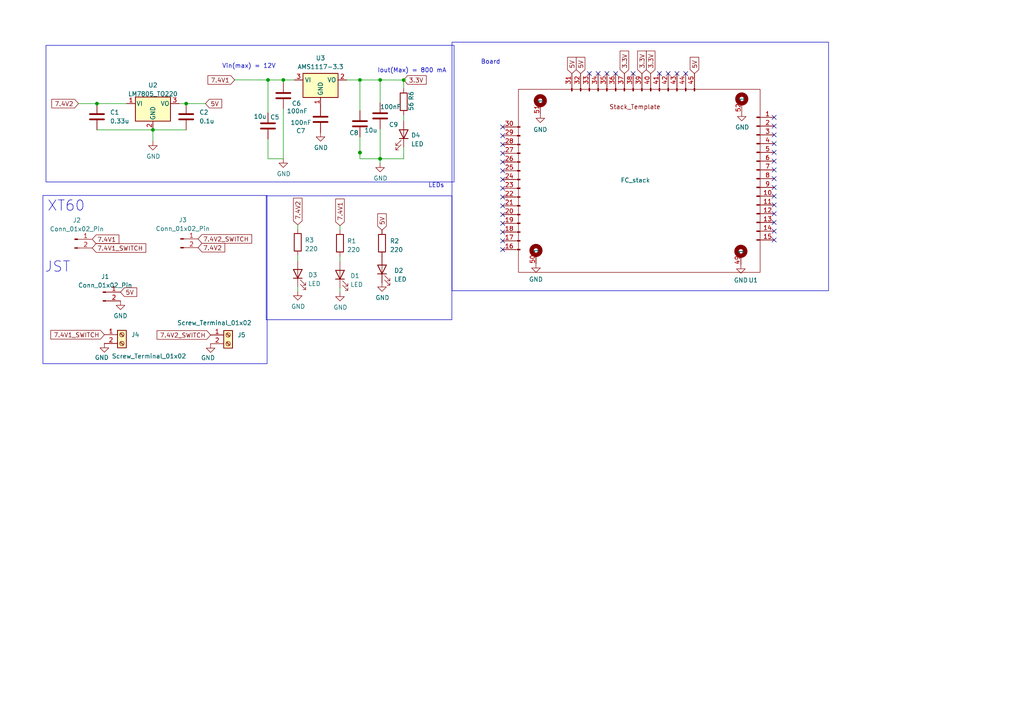
<source format=kicad_sch>
(kicad_sch (version 20230121) (generator eeschema)
  (paper "A4")
  (title_block (title "PDB1") (date "2023-09-02"))
  (lib_symbols
    (symbol "Connector:Conn_01x02_Pin" (pin_names (offset 1.016) hide)
      (property "Reference" "J" (at 0 2.54 0))
      (property "Value" "Conn_01x02_Pin" (at 0 -5.08 0))
      (symbol "Conn_01x02_Pin_1_1"
        (polyline (pts (xy 1.27 -2.54) (xy 0.8636 -2.54)) (stroke (width 0.1524)))
        (polyline (pts (xy 1.27 0) (xy 0.8636 0)) (stroke (width 0.1524)))
        (rectangle (start 0.8636 -2.413) (end 0 -2.667) (stroke (width 0.1524)) (fill (type outline)))
        (rectangle (start 0.8636 0.127) (end 0 -0.127) (stroke (width 0.1524)) (fill (type outline)))
        (pin passive line (at 5.08 0 180) (length 3.81) (name "Pin_1") (number "1"))
        (pin passive line (at 5.08 -2.54 180) (length 3.81) (name "Pin_2") (number "2"))
      )
    )
    (symbol "Connector:Screw_Terminal_01x02" (pin_names (offset 1.016) hide)
      (property "Reference" "J" (at 0 2.54 0))
      (property "Value" "Screw_Terminal_01x02" (at 0 -5.08 0))
      (symbol "Screw_Terminal_01x02_1_1"
        (rectangle (start -1.27 1.27) (end 1.27 -3.81) (stroke (width 0.254)) (fill (type background)))
        (circle (center 0 -2.54) (radius 0.635) (stroke (width 0.1524)))
        (polyline (pts (xy -0.5334 -2.2098) (xy 0.3302 -3.048)) (stroke (width 0.1524)))
        (polyline (pts (xy -0.5334 0.3302) (xy 0.3302 -0.508)) (stroke (width 0.1524)))
        (polyline (pts (xy -0.3556 -2.032) (xy 0.508 -2.8702)) (stroke (width 0.1524)))
        (polyline (pts (xy -0.3556 0.508) (xy 0.508 -0.3302)) (stroke (width 0.1524)))
        (circle (center 0 0) (radius 0.635) (stroke (width 0.1524)))
        (pin passive line (at -5.08 0 0) (length 3.81) (name "Pin_1") (number "1"))
        (pin passive line (at -5.08 -2.54 0) (length 3.81) (name "Pin_2") (number "2"))
      )
    )
    (symbol "Device:C" (pin_numbers hide) (pin_names (offset 0.254))
      (property "Reference" "C" (at 0.635 2.54 0))
      (property "Value" "C" (at 0.635 -2.54 0))
      (symbol "C_0_1"
        (polyline (pts (xy -2.032 -0.762) (xy 2.032 -0.762)) (stroke (width 0.508)))
        (polyline (pts (xy -2.032 0.762) (xy 2.032 0.762)) (stroke (width 0.508)))
      )
      (symbol "C_1_1"
        (pin passive line (at 0 3.81 270) (length 2.794) (name "~") (number "1"))
        (pin passive line (at 0 -3.81 90) (length 2.794) (name "~") (number "2"))
      )
    )
    (symbol "Device:LED" (pin_numbers hide) (pin_names (offset 1.016) hide)
      (property "Reference" "D" (at 0 2.54 0))
      (property "Value" "LED" (at 0 -2.54 0))
      (symbol "LED_0_1"
        (polyline (pts (xy -1.27 -1.27) (xy -1.27 1.27)) (stroke (width 0.254)))
        (polyline (pts (xy -1.27 0) (xy 1.27 0)))
        (polyline (pts (xy 1.27 -1.27) (xy 1.27 1.27) (xy -1.27 0) (xy 1.27 -1.27)) (stroke (width 0.254)))
        (polyline (pts (xy -3.048 -0.762) (xy -4.572 -2.286) (xy -3.81 -2.286) (xy -4.572 -2.286) (xy -4.572 -1.524)))
        (polyline (pts (xy -1.778 -0.762) (xy -3.302 -2.286) (xy -2.54 -2.286) (xy -3.302 -2.286) (xy -3.302 -1.524)))
      )
      (symbol "LED_1_1"
        (pin passive line (at -3.81 0 0) (length 2.54) (name "K") (number "1"))
        (pin passive line (at 3.81 0 180) (length 2.54) (name "A") (number "2"))
      )
    )
    (symbol "Device:R" (pin_numbers hide) (pin_names (offset 0))
      (property "Reference" "R" (at 2.032 0 90))
      (property "Value" "R" (at 0 0 90))
      (symbol "R_0_1"
        (rectangle (start -1.016 -2.54) (end 1.016 2.54) (stroke (width 0.254)))
      )
      (symbol "R_1_1"
        (pin passive line (at 0 3.81 270) (length 1.27) (name "~") (number "1"))
        (pin passive line (at 0 -3.81 90) (length 1.27) (name "~") (number "2"))
      )
    )
    (symbol "Regulator_Linear:AMS1117-3.3"
      (property "Reference" "U" (at -3.81 3.175 0))
      (property "Value" "AMS1117-3.3" (at 0 3.175 0))
      (symbol "AMS1117-3.3_0_1"
        (rectangle (start -5.08 -5.08) (end 5.08 1.905) (stroke (width 0.254)) (fill (type background)))
      )
      (symbol "AMS1117-3.3_1_1"
        (pin power_in line (at 0 -7.62 90) (length 2.54) (name "GND") (number "1"))
        (pin power_out line (at 7.62 0 180) (length 2.54) (name "VO") (number "2"))
        (pin power_in line (at -7.62 0 0) (length 2.54) (name "VI") (number "3"))
      )
    )
    (symbol "Regulator_Linear:LM7805_TO220" (pin_names (offset 0.254))
      (property "Reference" "U" (at -3.81 3.175 0))
      (property "Value" "LM7805_TO220" (at 0 3.175 0))
      (symbol "LM7805_TO220_0_1"
        (rectangle (start -5.08 1.905) (end 5.08 -5.08) (stroke (width 0.254)) (fill (type background)))
      )
      (symbol "LM7805_TO220_1_1"
        (pin power_in line (at -7.62 0 0) (length 2.54) (name "VI") (number "1"))
        (pin power_in line (at 0 -7.62 90) (length 2.54) (name "GND") (number "2"))
        (pin power_out line (at 7.62 0 180) (length 2.54) (name "VO") (number "3"))
      )
    )
    (symbol "fc_stack:Template"
      (property "Reference" "U" (at 0 0 0))
      (symbol "Template_0_1"
        (circle (center -28.448 -13.208) (radius 1.27) (stroke (width 1.27)))
        (circle (center -27.178 30.226) (radius 1.27) (stroke (width 1.27)))
        (circle (center 30.988 -13.462) (radius 1.27) (stroke (width 1.27)))
        (circle (center 31.242 30.734) (radius 1.27) (stroke (width 1.27)))
      )
      (symbol "Template_1_1"
        (rectangle (start -33.8836 -13.081) (end -33.02 -12.827) (stroke (width 0.1524)) (fill (type outline)))
        (rectangle (start -33.8836 -10.541) (end -33.02 -10.287) (stroke (width 0.1524)) (fill (type outline)))
        (rectangle (start -33.8836 -8.001) (end -33.02 -7.747) (stroke (width 0.1524)) (fill (type outline)))
        (rectangle (start -33.8836 -5.461) (end -33.02 -5.207) (stroke (width 0.1524)) (fill (type outline)))
        (rectangle (start -33.8836 -2.921) (end -33.02 -2.667) (stroke (width 0.1524)) (fill (type outline)))
        (rectangle (start -33.8836 -0.381) (end -33.02 -0.127) (stroke (width 0.1524)) (fill (type outline)))
        (rectangle (start -33.8836 2.159) (end -33.02 2.413) (stroke (width 0.1524)) (fill (type outline)))
        (rectangle (start -33.8836 4.699) (end -33.02 4.953) (stroke (width 0.1524)) (fill (type outline)))
        (rectangle (start -33.8836 7.239) (end -33.02 7.493) (stroke (width 0.1524)) (fill (type outline)))
        (rectangle (start -33.8836 9.779) (end -33.02 10.033) (stroke (width 0.1524)) (fill (type outline)))
        (rectangle (start -33.8836 12.319) (end -33.02 12.573) (stroke (width 0.1524)) (fill (type outline)))
        (rectangle (start -33.8836 14.859) (end -33.02 15.113) (stroke (width 0.1524)) (fill (type outline)))
        (rectangle (start -33.8836 17.399) (end -33.02 17.653) (stroke (width 0.1524)) (fill (type outline)))
        (rectangle (start -33.8836 19.939) (end -33.02 20.193) (stroke (width 0.1524)) (fill (type outline)))
        (rectangle (start -33.8836 22.479) (end -33.02 22.733) (stroke (width 0.1524)) (fill (type outline)))
        (rectangle (start -33.528 33.528) (end 36.576 -19.558))
        (rectangle (start -18.161 33.8836) (end -17.907 33.02) (stroke (width 0.1524)) (fill (type outline)))
        (rectangle (start -15.621 33.8836) (end -15.367 33.02) (stroke (width 0.1524)) (fill (type outline)))
        (rectangle (start -13.081 33.8836) (end -12.827 33.02) (stroke (width 0.1524)) (fill (type outline)))
        (rectangle (start -10.541 33.8836) (end -10.287 33.02) (stroke (width 0.1524)) (fill (type outline)))
        (rectangle (start -8.001 33.8836) (end -7.747 33.02) (stroke (width 0.1524)) (fill (type outline)))
        (rectangle (start -5.461 33.8836) (end -5.207 33.02) (stroke (width 0.1524)) (fill (type outline)))
        (rectangle (start -2.921 33.8836) (end -2.667 33.02) (stroke (width 0.1524)) (fill (type outline)))
        (rectangle (start -0.381 33.8836) (end -0.127 33.02) (stroke (width 0.1524)) (fill (type outline)))
        (polyline (pts (xy -34.29 -12.954) (xy -33.8836 -12.954)) (stroke (width 0.1524)))
        (polyline (pts (xy -34.29 -10.414) (xy -33.8836 -10.414)) (stroke (width 0.1524)))
        (polyline (pts (xy -34.29 -7.874) (xy -33.8836 -7.874)) (stroke (width 0.1524)))
        (polyline (pts (xy -34.29 -5.334) (xy -33.8836 -5.334)) (stroke (width 0.1524)))
        (polyline (pts (xy -34.29 -2.794) (xy -33.8836 -2.794)) (stroke (width 0.1524)))
        (polyline (pts (xy -34.29 -0.254) (xy -33.8836 -0.254)) (stroke (width 0.1524)))
        (polyline (pts (xy -34.29 2.286) (xy -33.8836 2.286)) (stroke (width 0.1524)))
        (polyline (pts (xy -34.29 4.826) (xy -33.8836 4.826)) (stroke (width 0.1524)))
        (polyline (pts (xy -34.29 7.366) (xy -33.8836 7.366)) (stroke (width 0.1524)))
        (polyline (pts (xy -34.29 9.906) (xy -33.8836 9.906)) (stroke (width 0.1524)))
        (polyline (pts (xy -34.29 12.446) (xy -33.8836 12.446)) (stroke (width 0.1524)))
        (polyline (pts (xy -34.29 14.986) (xy -33.8836 14.986)) (stroke (width 0.1524)))
        (polyline (pts (xy -34.29 17.526) (xy -33.8836 17.526)) (stroke (width 0.1524)))
        (polyline (pts (xy -34.29 20.066) (xy -33.8836 20.066)) (stroke (width 0.1524)))
        (polyline (pts (xy -34.29 22.606) (xy -33.8836 22.606)) (stroke (width 0.1524)))
        (polyline (pts (xy -18.034 34.29) (xy -18.034 33.8836)) (stroke (width 0.1524)))
        (polyline (pts (xy -15.494 34.29) (xy -15.494 33.8836)) (stroke (width 0.1524)))
        (polyline (pts (xy -12.954 34.29) (xy -12.954 33.8836)) (stroke (width 0.1524)))
        (polyline (pts (xy -10.414 34.29) (xy -10.414 33.8836)) (stroke (width 0.1524)))
        (polyline (pts (xy -7.874 34.29) (xy -7.874 33.8836)))
        (polyline (pts (xy -5.334 34.29) (xy -5.334 33.8836)) (stroke (width 0.1524)))
        (polyline (pts (xy -2.794 34.29) (xy -2.794 33.8836)) (stroke (width 0.1524)))
        (polyline (pts (xy -0.254 34.29) (xy -0.254 33.8836)) (stroke (width 0.1524)))
        (polyline (pts (xy 2.286 34.29) (xy 2.286 33.8836)) (stroke (width 0.1524)))
        (polyline (pts (xy 4.826 34.29) (xy 4.826 33.8836)) (stroke (width 0.1524)))
        (polyline (pts (xy 7.366 34.29) (xy 7.366 33.8836)) (stroke (width 0.1524)))
        (polyline (pts (xy 9.906 34.29) (xy 9.906 33.8836)) (stroke (width 0.1524)))
        (polyline (pts (xy 12.446 34.29) (xy 12.446 33.8836)) (stroke (width 0.1524)))
        (polyline (pts (xy 14.986 34.29) (xy 14.986 33.8836)) (stroke (width 0.1524)))
        (polyline (pts (xy 17.526 34.29) (xy 17.526 33.8836)) (stroke (width 0.1524)))
        (polyline (pts (xy 36.83 -10.16) (xy 36.4236 -10.16)) (stroke (width 0.1524)))
        (polyline (pts (xy 36.83 -7.62) (xy 36.4236 -7.62)) (stroke (width 0.1524)))
        (polyline (pts (xy 36.83 -5.08) (xy 36.4236 -5.08)) (stroke (width 0.1524)))
        (polyline (pts (xy 36.83 -2.54) (xy 36.4236 -2.54)) (stroke (width 0.1524)))
        (polyline (pts (xy 36.83 0) (xy 36.4236 0)) (stroke (width 0.1524)))
        (polyline (pts (xy 36.83 2.54) (xy 36.4236 2.54)) (stroke (width 0.1524)))
        (polyline (pts (xy 36.83 5.08) (xy 36.4236 5.08)) (stroke (width 0.1524)))
        (polyline (pts (xy 36.83 7.62) (xy 36.4236 7.62)) (stroke (width 0.1524)))
        (polyline (pts (xy 36.83 10.16) (xy 36.4236 10.16)) (stroke (width 0.1524)))
        (polyline (pts (xy 36.83 12.7) (xy 36.4236 12.7)) (stroke (width 0.1524)))
        (polyline (pts (xy 36.83 15.24) (xy 36.4236 15.24)) (stroke (width 0.1524)))
        (polyline (pts (xy 36.83 17.78) (xy 36.4236 17.78)) (stroke (width 0.1524)))
        (polyline (pts (xy 36.83 20.32) (xy 36.4236 20.32)) (stroke (width 0.1524)))
        (polyline (pts (xy 36.83 22.86) (xy 36.4236 22.86)) (stroke (width 0.1524)))
        (polyline (pts (xy 36.83 25.4) (xy 36.4236 25.4)) (stroke (width 0.1524)))
        (rectangle (start 2.159 33.8836) (end 2.413 33.02) (stroke (width 0.1524)) (fill (type outline)))
        (rectangle (start 4.699 33.8836) (end 4.953 33.02) (stroke (width 0.1524)) (fill (type outline)))
        (rectangle (start 7.239 33.8836) (end 7.493 33.02) (stroke (width 0.1524)) (fill (type outline)))
        (rectangle (start 9.779 33.8836) (end 10.033 33.02) (stroke (width 0.1524)) (fill (type outline)))
        (rectangle (start 12.319 33.8836) (end 12.573 33.02) (stroke (width 0.1524)) (fill (type outline)))
        (rectangle (start 14.859 33.8836) (end 15.113 33.02) (stroke (width 0.1524)) (fill (type outline)))
        (rectangle (start 17.399 33.8836) (end 17.653 33.02) (stroke (width 0.1524)) (fill (type outline)))
        (rectangle (start 36.4236 -10.033) (end 35.56 -10.287) (stroke (width 0.1524)) (fill (type outline)))
        (rectangle (start 36.4236 -7.493) (end 35.56 -7.747) (stroke (width 0.1524)) (fill (type outline)))
        (rectangle (start 36.4236 -4.953) (end 35.56 -5.207) (stroke (width 0.1524)) (fill (type outline)))
        (rectangle (start 36.4236 -2.413) (end 35.56 -2.667) (stroke (width 0.1524)) (fill (type outline)))
        (rectangle (start 36.4236 0.127) (end 35.56 -0.127) (stroke (width 0.1524)) (fill (type outline)))
        (rectangle (start 36.4236 2.667) (end 35.56 2.413) (stroke (width 0.1524)) (fill (type outline)))
        (rectangle (start 36.4236 5.207) (end 35.56 4.953) (stroke (width 0.1524)) (fill (type outline)))
        (rectangle (start 36.4236 7.747) (end 35.56 7.493) (stroke (width 0.1524)) (fill (type outline)))
        (rectangle (start 36.4236 10.287) (end 35.56 10.033) (stroke (width 0.1524)) (fill (type outline)))
        (rectangle (start 36.4236 12.827) (end 35.56 12.573) (stroke (width 0.1524)) (fill (type outline)))
        (rectangle (start 36.4236 15.367) (end 35.56 15.113) (stroke (width 0.1524)) (fill (type outline)))
        (rectangle (start 36.4236 17.907) (end 35.56 17.653) (stroke (width 0.1524)) (fill (type outline)))
        (rectangle (start 36.4236 20.447) (end 35.56 20.193) (stroke (width 0.1524)) (fill (type outline)))
        (rectangle (start 36.4236 22.987) (end 35.56 22.733) (stroke (width 0.1524)) (fill (type outline)))
        (rectangle (start 36.4236 25.527) (end 35.56 25.273) (stroke (width 0.1524)) (fill (type outline)))
        (text "Stack_Template\n" (at 0.254 28.448 0) (effects (font (size 1.27 1.27))))
        (pin passive line (at 40.64 25.4 180) (length 3.81) (name "") (number "1"))
        (pin passive line (at 40.64 2.54 180) (length 3.81) (name "") (number "10"))
        (pin passive line (at 40.64 0 180) (length 3.81) (name "") (number "11"))
        (pin passive line (at 40.64 -2.54 180) (length 3.81) (name "") (number "12"))
        (pin passive line (at 40.64 -5.08 180) (length 3.81) (name "") (number "13"))
        (pin passive line (at 40.64 -7.62 180) (length 3.81) (name "") (number "14"))
        (pin passive line (at 40.64 -10.16 180) (length 3.81) (name "") (number "15"))
        (pin passive line (at -38.1 -12.954 0) (length 3.81) (name "") (number "16"))
        (pin passive line (at -38.1 -10.414 0) (length 3.81) (name "") (number "17"))
        (pin passive line (at -38.1 -7.874 0) (length 3.81) (name "") (number "18"))
        (pin passive line (at -38.1 -5.334 0) (length 3.81) (name "") (number "19"))
        (pin passive line (at 40.64 22.86 180) (length 3.81) (name "") (number "2"))
        (pin passive line (at -38.1 -2.794 0) (length 3.81) (name "") (number "20"))
        (pin passive line (at -38.1 -0.254 0) (length 3.81) (name "") (number "21"))
        (pin passive line (at -38.1 2.286 0) (length 3.81) (name "") (number "22"))
        (pin passive line (at -38.1 4.826 0) (length 3.81) (name "") (number "23"))
        (pin passive line (at -38.1 7.366 0) (length 3.81) (name "") (number "24"))
        (pin passive line (at -38.1 9.906 0) (length 3.81) (name "") (number "25"))
        (pin passive line (at -38.1 12.446 0) (length 3.81) (name "") (number "26"))
        (pin passive line (at -38.1 14.986 0) (length 3.81) (name "") (number "27"))
        (pin passive line (at -38.1 17.526 0) (length 3.81) (name "") (number "28"))
        (pin passive line (at -38.1 20.066 0) (length 3.81) (name "") (number "29"))
        (pin passive line (at 40.64 20.32 180) (length 3.81) (name "") (number "3"))
        (pin passive line (at -38.1 22.606 0) (length 3.81) (name "") (number "30"))
        (pin passive line (at -18.034 38.1 270) (length 3.81) (name "") (number "31"))
        (pin passive line (at -15.494 38.1 270) (length 3.81) (name "") (number "32"))
        (pin passive line (at -12.954 38.1 270) (length 3.81) (name "") (number "33"))
        (pin passive line (at -10.414 38.1 270) (length 3.81) (name "") (number "34"))
        (pin passive line (at -7.874 38.1 270) (length 3.81) (name "") (number "35"))
        (pin passive line (at -5.334 38.1 270) (length 3.81) (name "") (number "36"))
        (pin passive line (at -2.794 38.1 270) (length 3.81) (name "") (number "37"))
        (pin passive line (at -0.254 38.1 270) (length 3.81) (name "") (number "38"))
        (pin passive line (at 2.286 38.1 270) (length 3.81) (name "") (number "39"))
        (pin passive line (at 40.64 17.78 180) (length 3.81) (name "") (number "4"))
        (pin passive line (at 4.826 38.1 270) (length 3.81) (name "") (number "40"))
        (pin passive line (at 7.366 38.1 270) (length 3.81) (name "") (number "41"))
        (pin passive line (at 9.906 38.1 270) (length 3.81) (name "") (number "42"))
        (pin passive line (at 12.446 38.1 270) (length 3.81) (name "") (number "43"))
        (pin passive line (at 14.986 38.1 270) (length 3.81) (name "") (number "44"))
        (pin passive line (at 17.526 38.1 270) (length 3.81) (name "") (number "45"))
        (pin input line (at 30.988 -17.272 90) (length 2.54) (name "1") (number "49"))
        (pin passive line (at 40.64 15.24 180) (length 3.81) (name "") (number "5"))
        (pin input line (at -28.448 -17.018 90) (length 2.54) (name "1") (number "50"))
        (pin input line (at -27.178 26.416 90) (length 2.54) (name "1") (number "51"))
        (pin input line (at 31.242 26.924 90) (length 2.54) (name "1") (number "52"))
        (pin passive line (at 40.64 12.7 180) (length 3.81) (name "") (number "6"))
        (pin passive line (at 40.64 10.16 180) (length 3.81) (name "") (number "7"))
        (pin passive line (at 40.64 7.62 180) (length 3.81) (name "") (number "8"))
        (pin passive line (at 40.64 5.08 180) (length 3.81) (name "") (number "9"))
      )
    )
    (symbol "power:GND" (power) (pin_names (offset 0))
      (property "Value" "GND" (at 0 -3.81 0))
      (symbol "GND_0_1"
        (polyline (pts (xy 0 0) (xy 0 -1.27) (xy 1.27 -1.27) (xy 0 -2.54) (xy -1.27 -1.27) (xy 0 -1.27)))
      )
      (symbol "GND_1_1"
        (pin power_in line (at 0 0 270) (length 0) hide (name "GND") (number "1"))
      )
    )
  )
  (junction (at 82.169 23.1902))
  (junction (at 54.0004 30.0482))
  (junction (at 117.094 23.2156))
  (junction (at 28.1178 30.0482))
  (junction (at 104.394 23.1902))
  (junction (at 77.724 23.1902))
  (junction (at 44.3484 37.6682))
  (junction (at 104.394 44.2752))
  (junction (at 110.2614 46.0502))
  (junction (at 110.2614 23.1902))
  (junction (at 104.394 44.2452))
  (junction (at 110.236 46.0502))
  (no_connect (at 145.796 72.39))
  (no_connect (at 224.536 41.656))
  (no_connect (at 145.796 57.15))
  (no_connect (at 198.882 21.336))
  (no_connect (at 224.536 51.816))
  (no_connect (at 176.022 21.336))
  (no_connect (at 224.536 54.356))
  (no_connect (at 224.536 69.596))
  (no_connect (at 224.536 46.736))
  (no_connect (at 196.342 21.336))
  (no_connect (at 145.796 52.07))
  (no_connect (at 170.942 21.336))
  (no_connect (at 145.796 36.83))
  (no_connect (at 145.796 54.61))
  (no_connect (at 224.536 34.036))
  (no_connect (at 191.262 21.336))
  (no_connect (at 224.536 36.576))
  (no_connect (at 145.796 62.23))
  (no_connect (at 178.562 21.336))
  (no_connect (at 224.536 44.196))
  (no_connect (at 173.482 21.336))
  (no_connect (at 224.536 67.056))
  (no_connect (at 145.796 59.69))
  (no_connect (at 224.536 64.516))
  (no_connect (at 224.536 39.116))
  (no_connect (at 224.536 59.436))
  (no_connect (at 145.796 39.37))
  (no_connect (at 145.796 46.99))
  (no_connect (at 145.796 67.31))
  (no_connect (at 183.642 21.336))
  (no_connect (at 224.536 56.896))
  (no_connect (at 224.536 61.976))
  (no_connect (at 145.796 44.45))
  (no_connect (at 145.796 41.91))
  (no_connect (at 145.796 69.85))
  (no_connect (at 145.796 49.53))
  (no_connect (at 145.796 64.77))
  (no_connect (at 193.802 21.336))
  (no_connect (at 224.536 49.276))
  (wire (pts (xy 28.1178 30.0482) (xy 36.7284 30.0482)))
  (wire (pts (xy 86.36 65.2018) (xy 86.36 66.4718)))
  (wire (pts (xy 117.094 35.1028) (xy 117.094 33.3248)))
  (wire (pts (xy 110.2614 37.4142) (xy 110.2614 46.0502)))
  (wire (pts (xy 104.394 44.2752) (xy 104.394 46.0502)))
  (wire (pts (xy 82.169 31.5468) (xy 82.169 46.0502)))
  (wire (pts (xy 104.394 23.1902) (xy 110.2614 23.1902)))
  (wire (pts (xy 104.394 44.2752) (xy 104.454 44.3052)))
  (wire (pts (xy 28.1178 37.6682) (xy 44.3484 37.6682)))
  (wire (pts (xy 117.094 23.1902) (xy 117.094 23.2156)))
  (wire (pts (xy 77.724 40.3352) (xy 77.724 46.0502)))
  (wire (pts (xy 77.724 46.0502) (xy 82.169 46.0502)))
  (wire (pts (xy 44.3484 37.6682) (xy 44.3484 40.9702)))
  (wire (pts (xy 98.6028 75.8698) (xy 98.6028 74.3458)))
  (wire (pts (xy 77.724 23.1902) (xy 82.169 23.1902)))
  (wire (pts (xy 44.3484 37.6682) (xy 54.0004 37.6682)))
  (wire (pts (xy 68.0466 23.1902) (xy 68.0466 23.1648)))
  (wire (pts (xy 110.2614 23.1902) (xy 110.2614 29.7942)))
  (wire (pts (xy 100.584 23.1902) (xy 104.394 23.1902)))
  (wire (pts (xy 22.7584 30.0482) (xy 28.1178 30.0482)))
  (wire (pts (xy 117.094 25.7048) (xy 117.094 23.2156)))
  (wire (pts (xy 82.169 23.1902) (xy 82.169 23.9268)))
  (wire (pts (xy 86.36 75.6158) (xy 86.36 74.0918)))
  (wire (pts (xy 104.394 39.7002) (xy 104.394 44.2452)))
  (wire (pts (xy 110.236 46.0502) (xy 110.2614 46.0502)))
  (wire (pts (xy 77.724 23.1902) (xy 77.724 32.7152)))
  (wire (pts (xy 110.2614 23.1902) (xy 117.094 23.2156)))
  (wire (pts (xy 110.236 47.3202) (xy 110.236 46.0502)))
  (wire (pts (xy 68.0466 23.1648) (xy 77.724 23.1902)))
  (wire (pts (xy 104.454 44.3052) (xy 104.394 44.2452)))
  (wire (pts (xy 104.394 32.0802) (xy 104.394 23.1902)))
  (wire (pts (xy 104.394 46.0502) (xy 110.236 46.0502)))
  (wire (pts (xy 51.9684 30.0482) (xy 54.0004 30.0482)))
  (wire (pts (xy 98.6028 84.7598) (xy 98.6028 83.4898)))
  (wire (pts (xy 82.169 23.1902) (xy 85.344 23.1902)))
  (wire (pts (xy 104.394 44.2452) (xy 104.394 44.2752)))
  (wire (pts (xy 117.094 42.7228) (xy 117.094 46.0502)))
  (wire (pts (xy 110.2614 46.0502) (xy 117.094 46.0502)))
  (wire (pts (xy 54.0004 30.0482) (xy 59.5884 30.0482)))
  (wire (pts (xy 86.36 84.5058) (xy 86.36 83.2358)))
  (wire (pts (xy 98.6028 65.4558) (xy 98.6028 66.7258)))
  (rectangle (start 12.446 56.6928) (end 77.47 105.4862))
  (rectangle (start 13.335 13.1572) (end 131.699 52.7812))
  (rectangle (start 77.216 56.7944) (end 131.064 92.7354))
  (rectangle (start 131.0939 12.2335) (end 240.3139 84.328))
  (text "Iout(Max) = 800 mA" (at 109.474 21.2852 0) (effects (font (size 1.27 1.27)) (justify left bottom)))
  (text "Vin(max) = 12V\n" (at 64.389 20.0152 0) (effects (font (size 1.27 1.27)) (justify left bottom)))
  (text "XT60\n" (at 13.6652 61.595 0) (effects (font (size 3 3)) (justify left bottom)))
  (text "Board" (at 139.446 18.796 0) (effects (font (size 1.27 1.27)) (justify left bottom)))
  (text "JST\n" (at 12.9032 79.2734 0) (effects (font (size 3 3)) (justify left bottom)))
  (text "LEDs" (at 124.206 54.61 0) (effects (font (size 1.27 1.27)) (justify left bottom)))
  (global_label "7.4V2" (shape input) (at 86.36 65.2018 90) (property "Intersheetrefs" "${INTERSHEET_REFS}" (effects hide)))
  (global_label "5V" (shape input) (at 59.5884 30.0482 0) (property "Intersheetrefs" "${INTERSHEET_REFS}" (effects hide)))
  (global_label "7.4V2_SWITCH" (shape input) (at 61.087 97.155 180) (property "Intersheetrefs" "${INTERSHEET_REFS}" (effects hide)))
  (global_label "3.3V" (shape input) (at 181.102 21.336 90) (property "Intersheetrefs" "${INTERSHEET_REFS}" (effects hide)))
  (global_label "3.3V" (shape input) (at 188.722 21.336 90) (property "Intersheetrefs" "${INTERSHEET_REFS}" (effects hide)))
  (global_label "7.4V2" (shape input) (at 57.4548 71.8312 0) (property "Intersheetrefs" "${INTERSHEET_REFS}" (effects hide)))
  (global_label "3.3V" (shape input) (at 186.182 21.336 90) (property "Intersheetrefs" "${INTERSHEET_REFS}" (effects hide)))
  (global_label "7.4V1_SWITCH" (shape input) (at 30.2768 97.0788 180) (property "Intersheetrefs" "${INTERSHEET_REFS}" (effects hide)))
  (global_label "5V" (shape input) (at 168.402 21.336 90) (property "Intersheetrefs" "${INTERSHEET_REFS}" (effects hide)))
  (global_label "7.4V1" (shape input) (at 26.7462 69.3928 0) (property "Intersheetrefs" "${INTERSHEET_REFS}" (effects hide)))
  (global_label "7.4V1" (shape input) (at 98.6028 65.4558 90) (property "Intersheetrefs" "${INTERSHEET_REFS}" (effects hide)))
  (global_label "5V" (shape input) (at 165.862 21.336 90) (property "Intersheetrefs" "${INTERSHEET_REFS}" (effects hide)))
  (global_label "5V" (shape input) (at 34.9504 84.7344 0) (property "Intersheetrefs" "${INTERSHEET_REFS}" (effects hide)))
  (global_label "7.4V1" (shape input) (at 68.0466 23.1902 180) (property "Intersheetrefs" "${INTERSHEET_REFS}" (effects hide)))
  (global_label "3.3V" (shape input) (at 117.094 23.1902 0) (property "Intersheetrefs" "${INTERSHEET_REFS}" (effects hide)))
  (global_label "7.4V1_SWITCH" (shape input) (at 26.7462 71.9328 0) (property "Intersheetrefs" "${INTERSHEET_REFS}" (effects hide)))
  (global_label "7.4V2_SWITCH" (shape input) (at 57.4548 69.2912 0) (property "Intersheetrefs" "${INTERSHEET_REFS}" (effects hide)))
  (global_label "5V" (shape input) (at 201.422 21.336 90) (property "Intersheetrefs" "${INTERSHEET_REFS}" (effects hide)))
  (global_label "7.4V2" (shape input) (at 22.7584 30.0482 180) (property "Intersheetrefs" "${INTERSHEET_REFS}" (effects hide)))
  (global_label "5V" (shape input) (at 110.7948 66.7258 90) (property "Intersheetrefs" "${INTERSHEET_REFS}" (effects hide)))
  (symbol (lib_id "Connector:Screw_Terminal_01x02") (at 35.3568 97.0788 0) (unit 1)
    (property "Reference" "J4" (at 38.0492 97.0788 0) (effects (justify left)))
    (property "Value" "Screw_Terminal_01x02" (at 32.4104 103.3018 0) (effects (justify left)))
    (property "Footprint" "TerminalBlock:TerminalBlock_bornier-2_P5.08mm" (effects hide))
  )
  (symbol (lib_id "power:GND") (at 155.448 76.454 0) (unit 1)
    (property "Reference" "#PWR07" (effects hide))
    (property "Value" "GND" (at 155.448 81.026 0))
  )
  (symbol (lib_id "Device:C") (at 104.394 35.8902 0) (unit 1)
    (property "Reference" "C8" (at 101.3206 38.5318 0) (effects (justify left)))
    (property "Value" "10u" (at 105.664 37.7952 0) (effects (justify left)))
    (property "Footprint" "Capacitor_SMD:C_0805_2012Metric" (effects hide))
    (property "Datasheet" "C14663" (effects hide))
  )
  (symbol (lib_id "Device:LED") (at 110.7948 78.1558 90) (unit 1)
    (property "Reference" "D2" (at 114.3 78.4733 90) (effects (justify right)))
    (property "Value" "LED" (at 114.3 81.0133 90) (effects (justify right)))
    (property "Footprint" "LED_SMD:LED_0805_2012Metric" (effects hide))
  )
  (symbol (lib_id "power:GND") (at 86.36 84.5058 0) (unit 1)
    (property "Reference" "#PWR012" (effects hide))
    (property "Value" "GND" (at 86.487 88.9 0))
  )
  (symbol (lib_id "power:GND") (at 215.138 32.512 0) (unit 1)
    (property "Reference" "#PWR011" (effects hide))
    (property "Value" "GND" (at 215.265 36.9062 0))
  )
  (symbol (lib_id "power:GND") (at 156.718 33.02 0) (unit 1)
    (property "Reference" "#PWR01" (effects hide))
    (property "Value" "GND" (at 156.718 37.592 0))
  )
  (symbol (lib_id "Device:R") (at 98.6028 70.5358 0) (unit 1)
    (property "Reference" "R1" (at 100.6348 69.9008 0) (effects (justify left)))
    (property "Value" "220" (at 100.6348 72.4408 0) (effects (justify left)))
    (property "Footprint" "Resistor_SMD:R_0805_2012Metric" (effects hide))
  )
  (symbol (lib_id "power:GND") (at 82.164 46.0352 0) (unit 1)
    (property "Reference" "#PWR02" (effects hide))
    (property "Value" "GND" (at 82.291 50.4294 0))
  )
  (symbol (lib_id "power:GND") (at 214.884 76.708 0) (unit 1)
    (property "Reference" "#PWR08" (effects hide))
    (property "Value" "GND" (at 214.884 81.28 0))
  )
  (symbol (lib_id "Device:C") (at 28.1178 33.8582 0) (unit 1)
    (property "Reference" "C1" (at 31.9024 32.5882 0) (effects (justify left)))
    (property "Value" "0.33u" (at 31.9024 35.1282 0) (effects (justify left)))
    (property "Footprint" "Capacitor_SMD:C_0805_2012Metric" (effects hide))
  )
  (symbol (lib_id "Connector:Screw_Terminal_01x02") (at 66.167 97.155 0) (unit 1)
    (property "Reference" "J5" (at 68.8594 97.155 0) (effects (justify left)))
    (property "Value" "Screw_Terminal_01x02" (at 51.3588 93.6498 0) (effects (justify left)))
    (property "Footprint" "TerminalBlock:TerminalBlock_bornier-2_P5.08mm" (effects hide))
  )
  (symbol (lib_id "Device:R") (at 117.094 29.5148 0) (unit 1)
    (property "Reference" "R6" (at 119.2784 29.1338 90) (effects (justify left)))
    (property "Value" "56" (at 119.2276 32.2072 90) (effects (justify left)))
    (property "Footprint" "Resistor_SMD:R_0805_2012Metric" (effects hide))
    (property "Datasheet" "C102029" (effects hide))
  )
  (symbol (lib_id "Regulator_Linear:LM7805_TO220") (at 44.3484 30.0482 0) (unit 1)
    (property "Reference" "U2" (at 44.3484 24.7142 0))
    (property "Value" "LM7805_TO220" (at 44.3484 27.2542 0))
    (property "Footprint" "Package_TO_SOT_SMD:TO-252-2" (effects hide))
    (property "Datasheet" "https://www.onsemi.cn/PowerSolutions/document/MC7800-D.PDF" (effects hide))
  )
  (symbol (lib_id "power:GND") (at 61.087 99.695 0) (unit 1)
    (property "Reference" "#PWR010" (effects hide))
    (property "Value" "GND" (at 60.325 103.7844 0))
  )
  (symbol (lib_id "Device:C") (at 82.169 27.7368 0) (unit 1)
    (property "Reference" "C6" (at 84.6328 29.9974 0) (effects (justify left)))
    (property "Value" "100nF" (at 83.1596 32.2072 0) (effects (justify left)))
    (property "Footprint" "Capacitor_SMD:C_0805_2012Metric" (effects hide))
    (property "Datasheet" "C30926" (effects hide))
  )
  (symbol (lib_id "power:GND") (at 110.7948 81.9658 0) (unit 1)
    (property "Reference" "#PWR014" (effects hide))
    (property "Value" "GND" (at 110.9218 86.36 0))
  )
  (symbol (lib_id "power:GND") (at 98.6028 84.7598 0) (unit 1)
    (property "Reference" "#PWR013" (effects hide))
    (property "Value" "GND" (at 98.7298 89.154 0))
  )
  (symbol (lib_id "power:GND") (at 92.964 38.4302 0) (unit 1)
    (property "Reference" "#PWR03" (effects hide))
    (property "Value" "GND" (at 93.091 42.8244 0))
  )
  (symbol (lib_id "Device:R") (at 110.7948 70.5358 0) (unit 1)
    (property "Reference" "R2" (at 113.0808 69.9008 0) (effects (justify left)))
    (property "Value" "220" (at 113.0808 72.4408 0) (effects (justify left)))
    (property "Footprint" "Resistor_SMD:R_0805_2012Metric" (effects hide))
  )
  (symbol (lib_id "Connector:Conn_01x02_Pin") (at 52.3748 69.2912 0) (unit 1)
    (property "Reference" "J3" (at 53.0098 63.7794 0))
    (property "Value" "Conn_01x02_Pin" (at 53.0098 66.3194 0))
    (property "Footprint" "Connector_AMASS:AMASS_XT60PW-F_1x02_P7.20mm_Horizontal" (effects hide))
  )
  (symbol (lib_id "Device:C") (at 110.2614 33.6042 0) (unit 1)
    (property "Reference" "C9" (at 112.8014 36.1442 0) (effects (justify left)))
    (property "Value" "100nF" (at 110.2106 30.988 0) (effects (justify left)))
    (property "Footprint" "Capacitor_SMD:C_0805_2012Metric" (effects hide))
    (property "Datasheet" "C30926" (effects hide))
  )
  (symbol (lib_id "power:GND") (at 110.236 47.3202 0) (unit 1)
    (property "Reference" "#PWR04" (effects hide))
    (property "Value" "GND" (at 110.363 51.7144 0))
  )
  (symbol (lib_id "Device:C") (at 77.724 36.5252 0) (unit 1)
    (property "Reference" "C5" (at 78.359 33.9852 0) (effects (justify left)))
    (property "Value" "10u" (at 73.5584 33.782 0) (effects (justify left)))
    (property "Footprint" "Capacitor_SMD:C_0805_2012Metric" (effects hide))
    (property "Datasheet" "C782264" (effects hide))
  )
  (symbol (lib_id "Device:C") (at 92.964 34.6202 0) (unit 1)
    (property "Reference" "C7" (at 85.9028 37.9476 0) (effects (justify left)))
    (property "Value" "100nF" (at 84.2264 35.56 0) (effects (justify left)))
    (property "Footprint" "Capacitor_SMD:C_0805_2012Metric" (effects hide))
    (property "Datasheet" "C14663" (effects hide))
  )
  (symbol (lib_id "power:GND") (at 44.3484 40.9702 0) (unit 1)
    (property "Reference" "#PWR09" (effects hide))
    (property "Value" "GND" (at 44.4754 45.3644 0))
  )
  (symbol (lib_id "Connector:Conn_01x02_Pin") (at 21.6662 69.3928 0) (unit 1)
    (property "Reference" "J2" (at 22.3012 63.881 0))
    (property "Value" "Conn_01x02_Pin" (at 22.3012 66.421 0))
    (property "Footprint" "Connector_AMASS:AMASS_XT60PW-F_1x02_P7.20mm_Horizontal" (effects hide))
  )
  (symbol (lib_id "Connector:Conn_01x02_Pin") (at 29.8704 84.7344 0) (unit 1)
    (property "Reference" "J1" (at 30.5054 80.2132 0))
    (property "Value" "Conn_01x02_Pin" (at 30.5054 82.7532 0))
    (property "Footprint" "Connector_JST:JST_GH_SM02B-GHS-TB_1x02-1MP_P1.25mm_Horizontal" (effects hide))
  )
  (symbol (lib_id "Device:R") (at 86.36 70.2818 0) (unit 1)
    (property "Reference" "R3" (at 88.392 69.6468 0) (effects (justify left)))
    (property "Value" "220" (at 88.392 72.1868 0) (effects (justify left)))
    (property "Footprint" "Resistor_SMD:R_0805_2012Metric" (effects hide))
  )
  (symbol (lib_id "Device:LED") (at 117.094 38.9128 270) (mirror x) (unit 1)
    (property "Reference" "D4" (at 119.2276 39.2302 90) (effects (justify left)))
    (property "Value" "LED" (at 119.2276 41.7702 90) (effects (justify left)))
    (property "Footprint" "LED_SMD:LED_0805_2012Metric" (effects hide))
    (property "Datasheet" "C2297" (effects hide))
  )
  (symbol (lib_id "power:GND") (at 30.2768 99.6188 0) (unit 1)
    (property "Reference" "#PWR06" (effects hide))
    (property "Value" "GND" (at 29.5148 103.7082 0))
  )
  (symbol (lib_id "Device:LED") (at 86.36 79.4258 90) (unit 1)
    (property "Reference" "D3" (at 89.3572 79.7433 90) (effects (justify right)))
    (property "Value" "LED" (at 89.3572 82.2833 90) (effects (justify right)))
    (property "Footprint" "LED_SMD:LED_0805_2012Metric" (effects hide))
  )
  (symbol (lib_id "Device:LED") (at 98.6028 79.6798 90) (unit 1)
    (property "Reference" "D1" (at 101.6 79.9973 90) (effects (justify right)))
    (property "Value" "LED" (at 101.6 82.5373 90) (effects (justify right)))
    (property "Footprint" "LED_SMD:LED_0805_2012Metric" (effects hide))
  )
  (symbol (lib_id "Regulator_Linear:AMS1117-3.3") (at 92.964 23.1902 0) (unit 1)
    (property "Reference" "U3" (at 92.964 16.8402 0))
    (property "Value" "AMS1117-3.3" (at 92.964 19.3802 0))
    (property "Footprint" "Package_TO_SOT_SMD:SOT-223-3_TabPin2" (effects hide))
    (property "Datasheet" "http://www.advanced-monolithic.com/pdf/ds1117.pdf" (effects hide))
  )
  (symbol (lib_id "Device:C") (at 54.0004 33.8582 0) (unit 1)
    (property "Reference" "C2" (at 57.785 32.5882 0) (effects (justify left)))
    (property "Value" "0.1u" (at 57.785 35.1282 0) (effects (justify left)))
    (property "Footprint" "Capacitor_SMD:C_0805_2012Metric" (effects hide))
  )
  (symbol (lib_id "power:GND") (at 34.9504 87.2744 0) (unit 1)
    (property "Reference" "#PWR05" (effects hide))
    (property "Value" "GND" (at 34.9504 91.6178 0))
  )
  (symbol (lib_id "fc_stack:Template") (at 183.896 59.436 0) (unit 1)
    (property "Reference" "U1" (at 217.0939 81.28 0) (effects (justify left)))
    (property "Value" "FC_stack" (at 184.277 52.2732 0))
    (property "Footprint" "FC_Stack_template:FC_Stack_template" (effects hide))
  )
)
</source>
